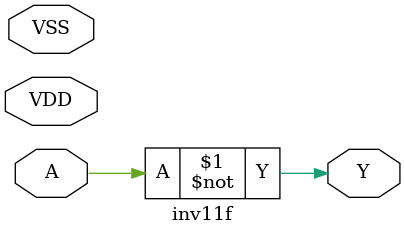
<source format=v>


module inv11f ( Y, VSS, VDD, A );

  input A;
  output Y;
  inout VDD;
  inout VSS;
  assign Y = ~A;
endmodule

</source>
